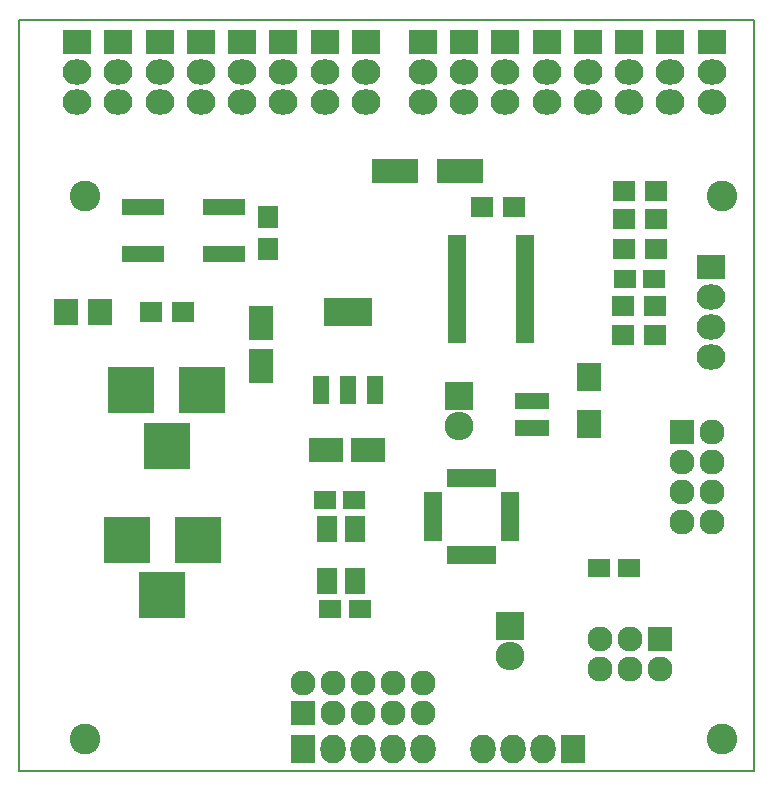
<source format=gts>
G04 #@! TF.FileFunction,Soldermask,Top*
%FSLAX46Y46*%
G04 Gerber Fmt 4.6, Leading zero omitted, Abs format (unit mm)*
G04 Created by KiCad (PCBNEW 4.0.1-stable) date 6/25/2016 6:01:51 PM*
%MOMM*%
G01*
G04 APERTURE LIST*
%ADD10C,0.100000*%
%ADD11C,0.150000*%
%ADD12C,2.600000*%
%ADD13R,2.000200X3.000960*%
%ADD14R,3.000960X2.000200*%
%ADD15R,2.000000X2.400000*%
%ADD16R,1.900000X1.650000*%
%ADD17R,3.999180X2.000200*%
%ADD18R,1.997660X2.200860*%
%ADD19R,1.600000X0.680000*%
%ADD20R,0.680000X1.600000*%
%ADD21R,2.940000X1.421080*%
%ADD22R,3.900120X3.900120*%
%ADD23R,2.432000X2.432000*%
%ADD24O,2.432000X2.432000*%
%ADD25R,2.127200X2.432000*%
%ADD26O,2.127200X2.432000*%
%ADD27R,2.127200X2.127200*%
%ADD28O,2.127200X2.127200*%
%ADD29R,1.500000X0.800000*%
%ADD30R,3.600000X1.400000*%
%ADD31R,1.799540X2.200860*%
%ADD32R,2.432000X2.127200*%
%ADD33O,2.432000X2.127200*%
%ADD34R,1.700000X1.900000*%
%ADD35R,1.900000X1.700000*%
%ADD36R,4.057600X2.432000*%
%ADD37R,1.416000X2.432000*%
G04 APERTURE END LIST*
D10*
D11*
X209804000Y-96139000D02*
X211328000Y-96139000D01*
X209804000Y-32512000D02*
X211328000Y-32512000D01*
X149098000Y-96139000D02*
X209804000Y-96139000D01*
X209804000Y-32512000D02*
X149098000Y-32512000D01*
X211328000Y-32512000D02*
X211328000Y-96139000D01*
X149098000Y-96139000D02*
X149098000Y-32512000D01*
D12*
X154686000Y-93408500D03*
D13*
X169545000Y-58206640D03*
X169545000Y-61808360D03*
D14*
X178648360Y-68961000D03*
X175046640Y-68961000D03*
D15*
X197358000Y-66770000D03*
X197358000Y-62770000D03*
D16*
X202862500Y-54483000D03*
X200362500Y-54483000D03*
D17*
X186392820Y-45339000D03*
X180891180Y-45339000D03*
D18*
X153075640Y-57213500D03*
X155915360Y-57213500D03*
D19*
X184138500Y-72799000D03*
X184138500Y-73299000D03*
X184138500Y-73799000D03*
X184138500Y-74299000D03*
X184138500Y-74799000D03*
X184138500Y-75299000D03*
X184138500Y-75799000D03*
X184138500Y-76299000D03*
D20*
X185638500Y-77799000D03*
X186138500Y-77799000D03*
X186638500Y-77799000D03*
X187138500Y-77799000D03*
X187638500Y-77799000D03*
X188138500Y-77799000D03*
X188638500Y-77799000D03*
X189138500Y-77799000D03*
D19*
X190638500Y-76299000D03*
X190638500Y-75799000D03*
X190638500Y-75299000D03*
X190638500Y-74799000D03*
X190638500Y-74299000D03*
X190638500Y-73799000D03*
X190638500Y-73299000D03*
X190638500Y-72799000D03*
D20*
X189138500Y-71299000D03*
X188638500Y-71299000D03*
X188138500Y-71299000D03*
X187638500Y-71299000D03*
X187138500Y-71299000D03*
X186638500Y-71299000D03*
X186138500Y-71299000D03*
X185638500Y-71299000D03*
D21*
X192468500Y-67058540D03*
X192468500Y-64767460D03*
D22*
X164569140Y-63881000D03*
X158569660Y-63881000D03*
X161569400Y-68580000D03*
D23*
X190627000Y-83820000D03*
D24*
X190627000Y-86360000D03*
D22*
X164188140Y-76517500D03*
X158188660Y-76517500D03*
X161188400Y-81216500D03*
D23*
X186309000Y-64389000D03*
D24*
X186309000Y-66929000D03*
D25*
X173101000Y-94234000D03*
D26*
X175641000Y-94234000D03*
X178181000Y-94234000D03*
X180721000Y-94234000D03*
X183261000Y-94234000D03*
D25*
X195961000Y-94234000D03*
D26*
X193421000Y-94234000D03*
X190881000Y-94234000D03*
X188341000Y-94234000D03*
D27*
X203327000Y-84899500D03*
D28*
X203327000Y-87439500D03*
X200787000Y-84899500D03*
X200787000Y-87439500D03*
X198247000Y-84899500D03*
X198247000Y-87439500D03*
D29*
X186189500Y-51083500D03*
X186189500Y-51733500D03*
X186189500Y-52383500D03*
X186189500Y-53033500D03*
X186189500Y-53683500D03*
X186189500Y-54333500D03*
X186189500Y-54983500D03*
X186189500Y-55633500D03*
X186189500Y-56283500D03*
X186189500Y-56933500D03*
X186189500Y-57583500D03*
X186189500Y-58233500D03*
X186189500Y-58883500D03*
X186189500Y-59533500D03*
X191889500Y-59533500D03*
X191889500Y-58883500D03*
X191889500Y-58233500D03*
X191889500Y-57583500D03*
X191889500Y-56933500D03*
X191889500Y-56283500D03*
X191889500Y-55633500D03*
X191889500Y-54983500D03*
X191889500Y-54333500D03*
X191889500Y-53683500D03*
X191889500Y-53033500D03*
X191889500Y-52383500D03*
X191889500Y-51733500D03*
X191889500Y-51083500D03*
D30*
X159604500Y-52355500D03*
X166404500Y-52355500D03*
X166404500Y-48355500D03*
X159604500Y-48355500D03*
D31*
X177538380Y-79987140D03*
X177538380Y-75587860D03*
X175140620Y-75587860D03*
X175140620Y-79987140D03*
D32*
X207645000Y-53467000D03*
D33*
X207645000Y-56007000D03*
X207645000Y-58547000D03*
X207645000Y-61087000D03*
D32*
X174942500Y-34417000D03*
D33*
X174942500Y-36957000D03*
X174942500Y-39497000D03*
D32*
X178435000Y-34417000D03*
D33*
X178435000Y-36957000D03*
X178435000Y-39497000D03*
D32*
X171450000Y-34417000D03*
D33*
X171450000Y-36957000D03*
X171450000Y-39497000D03*
D32*
X167957500Y-34417000D03*
D33*
X167957500Y-36957000D03*
X167957500Y-39497000D03*
D32*
X164465000Y-34417000D03*
D33*
X164465000Y-36957000D03*
X164465000Y-39497000D03*
D32*
X160972500Y-34417000D03*
D33*
X160972500Y-36957000D03*
X160972500Y-39497000D03*
D32*
X157480000Y-34417000D03*
D33*
X157480000Y-36957000D03*
X157480000Y-39497000D03*
D32*
X153987500Y-34417000D03*
D33*
X153987500Y-36957000D03*
X153987500Y-39497000D03*
D32*
X207708500Y-34417000D03*
D33*
X207708500Y-36957000D03*
X207708500Y-39497000D03*
D32*
X204216000Y-34417000D03*
D33*
X204216000Y-36957000D03*
X204216000Y-39497000D03*
D32*
X200723500Y-34417000D03*
D33*
X200723500Y-36957000D03*
X200723500Y-39497000D03*
D32*
X197231000Y-34417000D03*
D33*
X197231000Y-36957000D03*
X197231000Y-39497000D03*
D32*
X193738500Y-34417000D03*
D33*
X193738500Y-36957000D03*
X193738500Y-39497000D03*
D32*
X190246000Y-34417000D03*
D33*
X190246000Y-36957000D03*
X190246000Y-39497000D03*
D32*
X186753500Y-34417000D03*
D33*
X186753500Y-36957000D03*
X186753500Y-39497000D03*
D32*
X183261000Y-34417000D03*
D33*
X183261000Y-36957000D03*
X183261000Y-39497000D03*
D34*
X170180000Y-49196000D03*
X170180000Y-51896000D03*
D16*
X174962500Y-73152000D03*
X177462500Y-73152000D03*
X177907000Y-82359500D03*
X175407000Y-82359500D03*
X200703500Y-78930500D03*
X198203500Y-78930500D03*
D35*
X160257500Y-57213500D03*
X162957500Y-57213500D03*
X200199000Y-56769000D03*
X202899000Y-56769000D03*
X200199000Y-59182000D03*
X202899000Y-59182000D03*
X188261000Y-48387000D03*
X190961000Y-48387000D03*
X202962500Y-49403000D03*
X200262500Y-49403000D03*
X202962500Y-51943000D03*
X200262500Y-51943000D03*
X203026000Y-46990000D03*
X200326000Y-46990000D03*
D27*
X173101000Y-91186000D03*
D28*
X173101000Y-88646000D03*
X175641000Y-91186000D03*
X175641000Y-88646000D03*
X178181000Y-91186000D03*
X178181000Y-88646000D03*
X180721000Y-91186000D03*
X180721000Y-88646000D03*
X183261000Y-91186000D03*
X183261000Y-88646000D03*
D27*
X205168500Y-67373500D03*
D28*
X207708500Y-67373500D03*
X205168500Y-69913500D03*
X207708500Y-69913500D03*
X205168500Y-72453500D03*
X207708500Y-72453500D03*
X205168500Y-74993500D03*
X207708500Y-74993500D03*
D36*
X176911000Y-57213500D03*
D37*
X176911000Y-63817500D03*
X179197000Y-63817500D03*
X174625000Y-63817500D03*
D12*
X208597500Y-93408500D03*
X154686000Y-47434500D03*
X208597500Y-47434500D03*
M02*

</source>
